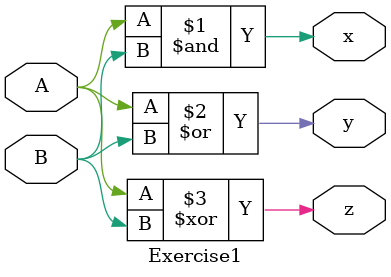
<source format=v>
module Exercise1(input A, input B, output x, output y, output z);
    assign x = A & B;
	 assign y = A | B;
	 assign z = A ^ B;
endmodule

</source>
